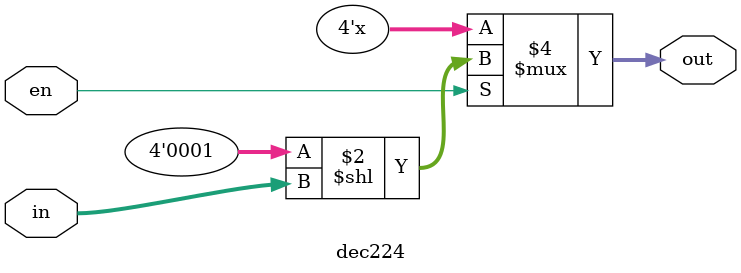
<source format=v>
module dec224(in, en, out);

input [1:0] in;
input en;
output reg [3:0] out;

always @(*) begin
if (en) 
    out = 4'b0001 << in;
else
    out = 4'bz;
end

endmodule
</source>
